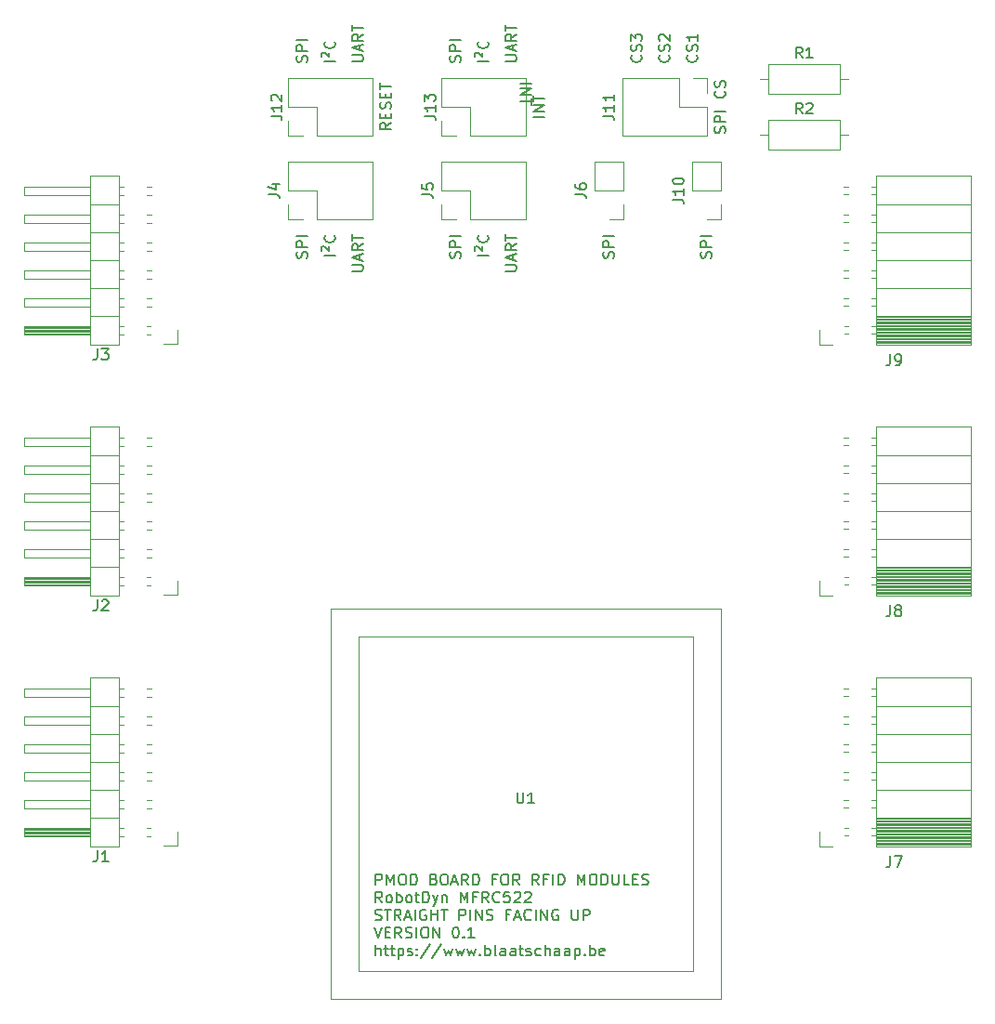
<source format=gbr>
%TF.GenerationSoftware,KiCad,Pcbnew,(6.0.1)*%
%TF.CreationDate,2022-02-03T19:59:55+01:00*%
%TF.ProjectId,modules_board,6d6f6475-6c65-4735-9f62-6f6172642e6b,rev?*%
%TF.SameCoordinates,Original*%
%TF.FileFunction,Legend,Top*%
%TF.FilePolarity,Positive*%
%FSLAX46Y46*%
G04 Gerber Fmt 4.6, Leading zero omitted, Abs format (unit mm)*
G04 Created by KiCad (PCBNEW (6.0.1)) date 2022-02-03 19:59:55*
%MOMM*%
%LPD*%
G01*
G04 APERTURE LIST*
%ADD10C,0.150000*%
%ADD11C,0.120000*%
G04 APERTURE END LIST*
D10*
X79192380Y-49194404D02*
X78192380Y-49194404D01*
X77954285Y-48765833D02*
X77906666Y-48670595D01*
X77906666Y-48527738D01*
X77954285Y-48432500D01*
X78049523Y-48384880D01*
X78144761Y-48384880D01*
X78240000Y-48432500D01*
X78573333Y-48765833D01*
X78573333Y-48384880D01*
X79097142Y-47384880D02*
X79144761Y-47432500D01*
X79192380Y-47575357D01*
X79192380Y-47670595D01*
X79144761Y-47813452D01*
X79049523Y-47908690D01*
X78954285Y-47956309D01*
X78763809Y-48003928D01*
X78620952Y-48003928D01*
X78430476Y-47956309D01*
X78335238Y-47908690D01*
X78240000Y-47813452D01*
X78192380Y-47670595D01*
X78192380Y-47575357D01*
X78240000Y-47432500D01*
X78287619Y-47384880D01*
X80732380Y-49194404D02*
X81541904Y-49194404D01*
X81637142Y-49146785D01*
X81684761Y-49099166D01*
X81732380Y-49003928D01*
X81732380Y-48813452D01*
X81684761Y-48718214D01*
X81637142Y-48670595D01*
X81541904Y-48622976D01*
X80732380Y-48622976D01*
X81446666Y-48194404D02*
X81446666Y-47718214D01*
X81732380Y-48289642D02*
X80732380Y-47956309D01*
X81732380Y-47622976D01*
X81732380Y-46718214D02*
X81256190Y-47051547D01*
X81732380Y-47289642D02*
X80732380Y-47289642D01*
X80732380Y-46908690D01*
X80780000Y-46813452D01*
X80827619Y-46765833D01*
X80922857Y-46718214D01*
X81065714Y-46718214D01*
X81160952Y-46765833D01*
X81208571Y-46813452D01*
X81256190Y-46908690D01*
X81256190Y-47289642D01*
X80732380Y-46432500D02*
X80732380Y-45861071D01*
X81732380Y-46146785D02*
X80732380Y-46146785D01*
X113434761Y-67105595D02*
X113482380Y-66962738D01*
X113482380Y-66724642D01*
X113434761Y-66629404D01*
X113387142Y-66581785D01*
X113291904Y-66534166D01*
X113196666Y-66534166D01*
X113101428Y-66581785D01*
X113053809Y-66629404D01*
X113006190Y-66724642D01*
X112958571Y-66915119D01*
X112910952Y-67010357D01*
X112863333Y-67057976D01*
X112768095Y-67105595D01*
X112672857Y-67105595D01*
X112577619Y-67057976D01*
X112530000Y-67010357D01*
X112482380Y-66915119D01*
X112482380Y-66677023D01*
X112530000Y-66534166D01*
X113482380Y-66105595D02*
X112482380Y-66105595D01*
X112482380Y-65724642D01*
X112530000Y-65629404D01*
X112577619Y-65581785D01*
X112672857Y-65534166D01*
X112815714Y-65534166D01*
X112910952Y-65581785D01*
X112958571Y-65629404D01*
X113006190Y-65724642D01*
X113006190Y-66105595D01*
X113482380Y-65105595D02*
X112482380Y-65105595D01*
X80732380Y-68296071D02*
X81541904Y-68296071D01*
X81637142Y-68248452D01*
X81684761Y-68200833D01*
X81732380Y-68105595D01*
X81732380Y-67915119D01*
X81684761Y-67819880D01*
X81637142Y-67772261D01*
X81541904Y-67724642D01*
X80732380Y-67724642D01*
X81446666Y-67296071D02*
X81446666Y-66819880D01*
X81732380Y-67391309D02*
X80732380Y-67057976D01*
X81732380Y-66724642D01*
X81732380Y-65819880D02*
X81256190Y-66153214D01*
X81732380Y-66391309D02*
X80732380Y-66391309D01*
X80732380Y-66010357D01*
X80780000Y-65915119D01*
X80827619Y-65867500D01*
X80922857Y-65819880D01*
X81065714Y-65819880D01*
X81160952Y-65867500D01*
X81208571Y-65915119D01*
X81256190Y-66010357D01*
X81256190Y-66391309D01*
X80732380Y-65534166D02*
X80732380Y-64962738D01*
X81732380Y-65248452D02*
X80732380Y-65248452D01*
X90574761Y-67105595D02*
X90622380Y-66962738D01*
X90622380Y-66724642D01*
X90574761Y-66629404D01*
X90527142Y-66581785D01*
X90431904Y-66534166D01*
X90336666Y-66534166D01*
X90241428Y-66581785D01*
X90193809Y-66629404D01*
X90146190Y-66724642D01*
X90098571Y-66915119D01*
X90050952Y-67010357D01*
X90003333Y-67057976D01*
X89908095Y-67105595D01*
X89812857Y-67105595D01*
X89717619Y-67057976D01*
X89670000Y-67010357D01*
X89622380Y-66915119D01*
X89622380Y-66677023D01*
X89670000Y-66534166D01*
X90622380Y-66105595D02*
X89622380Y-66105595D01*
X89622380Y-65724642D01*
X89670000Y-65629404D01*
X89717619Y-65581785D01*
X89812857Y-65534166D01*
X89955714Y-65534166D01*
X90050952Y-65581785D01*
X90098571Y-65629404D01*
X90146190Y-65724642D01*
X90146190Y-66105595D01*
X90622380Y-65105595D02*
X89622380Y-65105595D01*
X84272380Y-54792380D02*
X83796190Y-55125714D01*
X84272380Y-55363809D02*
X83272380Y-55363809D01*
X83272380Y-54982857D01*
X83320000Y-54887619D01*
X83367619Y-54840000D01*
X83462857Y-54792380D01*
X83605714Y-54792380D01*
X83700952Y-54840000D01*
X83748571Y-54887619D01*
X83796190Y-54982857D01*
X83796190Y-55363809D01*
X83748571Y-54363809D02*
X83748571Y-54030476D01*
X84272380Y-53887619D02*
X84272380Y-54363809D01*
X83272380Y-54363809D01*
X83272380Y-53887619D01*
X84224761Y-53506666D02*
X84272380Y-53363809D01*
X84272380Y-53125714D01*
X84224761Y-53030476D01*
X84177142Y-52982857D01*
X84081904Y-52935238D01*
X83986666Y-52935238D01*
X83891428Y-52982857D01*
X83843809Y-53030476D01*
X83796190Y-53125714D01*
X83748571Y-53316190D01*
X83700952Y-53411428D01*
X83653333Y-53459047D01*
X83558095Y-53506666D01*
X83462857Y-53506666D01*
X83367619Y-53459047D01*
X83320000Y-53411428D01*
X83272380Y-53316190D01*
X83272380Y-53078095D01*
X83320000Y-52935238D01*
X83748571Y-52506666D02*
X83748571Y-52173333D01*
X84272380Y-52030476D02*
X84272380Y-52506666D01*
X83272380Y-52506666D01*
X83272380Y-52030476D01*
X83272380Y-51744761D02*
X83272380Y-51173333D01*
X84272380Y-51459047D02*
X83272380Y-51459047D01*
X114704761Y-55720952D02*
X114752380Y-55578095D01*
X114752380Y-55340000D01*
X114704761Y-55244761D01*
X114657142Y-55197142D01*
X114561904Y-55149523D01*
X114466666Y-55149523D01*
X114371428Y-55197142D01*
X114323809Y-55244761D01*
X114276190Y-55340000D01*
X114228571Y-55530476D01*
X114180952Y-55625714D01*
X114133333Y-55673333D01*
X114038095Y-55720952D01*
X113942857Y-55720952D01*
X113847619Y-55673333D01*
X113800000Y-55625714D01*
X113752380Y-55530476D01*
X113752380Y-55292380D01*
X113800000Y-55149523D01*
X114752380Y-54720952D02*
X113752380Y-54720952D01*
X113752380Y-54340000D01*
X113800000Y-54244761D01*
X113847619Y-54197142D01*
X113942857Y-54149523D01*
X114085714Y-54149523D01*
X114180952Y-54197142D01*
X114228571Y-54244761D01*
X114276190Y-54340000D01*
X114276190Y-54720952D01*
X114752380Y-53720952D02*
X113752380Y-53720952D01*
X114657142Y-51911428D02*
X114704761Y-51959047D01*
X114752380Y-52101904D01*
X114752380Y-52197142D01*
X114704761Y-52340000D01*
X114609523Y-52435238D01*
X114514285Y-52482857D01*
X114323809Y-52530476D01*
X114180952Y-52530476D01*
X113990476Y-52482857D01*
X113895238Y-52435238D01*
X113800000Y-52340000D01*
X113752380Y-52197142D01*
X113752380Y-52101904D01*
X113800000Y-51959047D01*
X113847619Y-51911428D01*
X114704761Y-51530476D02*
X114752380Y-51387619D01*
X114752380Y-51149523D01*
X114704761Y-51054285D01*
X114657142Y-51006666D01*
X114561904Y-50959047D01*
X114466666Y-50959047D01*
X114371428Y-51006666D01*
X114323809Y-51054285D01*
X114276190Y-51149523D01*
X114228571Y-51340000D01*
X114180952Y-51435238D01*
X114133333Y-51482857D01*
X114038095Y-51530476D01*
X113942857Y-51530476D01*
X113847619Y-51482857D01*
X113800000Y-51435238D01*
X113752380Y-51340000D01*
X113752380Y-51101904D01*
X113800000Y-50959047D01*
X79192380Y-66867500D02*
X78192380Y-66867500D01*
X77954285Y-66438928D02*
X77906666Y-66343690D01*
X77906666Y-66200833D01*
X77954285Y-66105595D01*
X78049523Y-66057976D01*
X78144761Y-66057976D01*
X78240000Y-66105595D01*
X78573333Y-66438928D01*
X78573333Y-66057976D01*
X79097142Y-65057976D02*
X79144761Y-65105595D01*
X79192380Y-65248452D01*
X79192380Y-65343690D01*
X79144761Y-65486547D01*
X79049523Y-65581785D01*
X78954285Y-65629404D01*
X78763809Y-65677023D01*
X78620952Y-65677023D01*
X78430476Y-65629404D01*
X78335238Y-65581785D01*
X78240000Y-65486547D01*
X78192380Y-65343690D01*
X78192380Y-65248452D01*
X78240000Y-65105595D01*
X78287619Y-65057976D01*
X93162380Y-66867500D02*
X92162380Y-66867500D01*
X91924285Y-66438928D02*
X91876666Y-66343690D01*
X91876666Y-66200833D01*
X91924285Y-66105595D01*
X92019523Y-66057976D01*
X92114761Y-66057976D01*
X92210000Y-66105595D01*
X92543333Y-66438928D01*
X92543333Y-66057976D01*
X93067142Y-65057976D02*
X93114761Y-65105595D01*
X93162380Y-65248452D01*
X93162380Y-65343690D01*
X93114761Y-65486547D01*
X93019523Y-65581785D01*
X92924285Y-65629404D01*
X92733809Y-65677023D01*
X92590952Y-65677023D01*
X92400476Y-65629404D01*
X92305238Y-65581785D01*
X92210000Y-65486547D01*
X92162380Y-65343690D01*
X92162380Y-65248452D01*
X92210000Y-65105595D01*
X92257619Y-65057976D01*
X94702380Y-49194404D02*
X95511904Y-49194404D01*
X95607142Y-49146785D01*
X95654761Y-49099166D01*
X95702380Y-49003928D01*
X95702380Y-48813452D01*
X95654761Y-48718214D01*
X95607142Y-48670595D01*
X95511904Y-48622976D01*
X94702380Y-48622976D01*
X95416666Y-48194404D02*
X95416666Y-47718214D01*
X95702380Y-48289642D02*
X94702380Y-47956309D01*
X95702380Y-47622976D01*
X95702380Y-46718214D02*
X95226190Y-47051547D01*
X95702380Y-47289642D02*
X94702380Y-47289642D01*
X94702380Y-46908690D01*
X94750000Y-46813452D01*
X94797619Y-46765833D01*
X94892857Y-46718214D01*
X95035714Y-46718214D01*
X95130952Y-46765833D01*
X95178571Y-46813452D01*
X95226190Y-46908690D01*
X95226190Y-47289642D01*
X94702380Y-46432500D02*
X94702380Y-45861071D01*
X95702380Y-46146785D02*
X94702380Y-46146785D01*
X90574761Y-49242023D02*
X90622380Y-49099166D01*
X90622380Y-48861071D01*
X90574761Y-48765833D01*
X90527142Y-48718214D01*
X90431904Y-48670595D01*
X90336666Y-48670595D01*
X90241428Y-48718214D01*
X90193809Y-48765833D01*
X90146190Y-48861071D01*
X90098571Y-49051547D01*
X90050952Y-49146785D01*
X90003333Y-49194404D01*
X89908095Y-49242023D01*
X89812857Y-49242023D01*
X89717619Y-49194404D01*
X89670000Y-49146785D01*
X89622380Y-49051547D01*
X89622380Y-48813452D01*
X89670000Y-48670595D01*
X90622380Y-48242023D02*
X89622380Y-48242023D01*
X89622380Y-47861071D01*
X89670000Y-47765833D01*
X89717619Y-47718214D01*
X89812857Y-47670595D01*
X89955714Y-47670595D01*
X90050952Y-47718214D01*
X90098571Y-47765833D01*
X90146190Y-47861071D01*
X90146190Y-48242023D01*
X90622380Y-47242023D02*
X89622380Y-47242023D01*
X82885595Y-124232380D02*
X82885595Y-123232380D01*
X83266547Y-123232380D01*
X83361785Y-123280000D01*
X83409404Y-123327619D01*
X83457023Y-123422857D01*
X83457023Y-123565714D01*
X83409404Y-123660952D01*
X83361785Y-123708571D01*
X83266547Y-123756190D01*
X82885595Y-123756190D01*
X83885595Y-124232380D02*
X83885595Y-123232380D01*
X84218928Y-123946666D01*
X84552261Y-123232380D01*
X84552261Y-124232380D01*
X85218928Y-123232380D02*
X85409404Y-123232380D01*
X85504642Y-123280000D01*
X85599880Y-123375238D01*
X85647500Y-123565714D01*
X85647500Y-123899047D01*
X85599880Y-124089523D01*
X85504642Y-124184761D01*
X85409404Y-124232380D01*
X85218928Y-124232380D01*
X85123690Y-124184761D01*
X85028452Y-124089523D01*
X84980833Y-123899047D01*
X84980833Y-123565714D01*
X85028452Y-123375238D01*
X85123690Y-123280000D01*
X85218928Y-123232380D01*
X86076071Y-124232380D02*
X86076071Y-123232380D01*
X86314166Y-123232380D01*
X86457023Y-123280000D01*
X86552261Y-123375238D01*
X86599880Y-123470476D01*
X86647500Y-123660952D01*
X86647500Y-123803809D01*
X86599880Y-123994285D01*
X86552261Y-124089523D01*
X86457023Y-124184761D01*
X86314166Y-124232380D01*
X86076071Y-124232380D01*
X88171309Y-123708571D02*
X88314166Y-123756190D01*
X88361785Y-123803809D01*
X88409404Y-123899047D01*
X88409404Y-124041904D01*
X88361785Y-124137142D01*
X88314166Y-124184761D01*
X88218928Y-124232380D01*
X87837976Y-124232380D01*
X87837976Y-123232380D01*
X88171309Y-123232380D01*
X88266547Y-123280000D01*
X88314166Y-123327619D01*
X88361785Y-123422857D01*
X88361785Y-123518095D01*
X88314166Y-123613333D01*
X88266547Y-123660952D01*
X88171309Y-123708571D01*
X87837976Y-123708571D01*
X89028452Y-123232380D02*
X89218928Y-123232380D01*
X89314166Y-123280000D01*
X89409404Y-123375238D01*
X89457023Y-123565714D01*
X89457023Y-123899047D01*
X89409404Y-124089523D01*
X89314166Y-124184761D01*
X89218928Y-124232380D01*
X89028452Y-124232380D01*
X88933214Y-124184761D01*
X88837976Y-124089523D01*
X88790357Y-123899047D01*
X88790357Y-123565714D01*
X88837976Y-123375238D01*
X88933214Y-123280000D01*
X89028452Y-123232380D01*
X89837976Y-123946666D02*
X90314166Y-123946666D01*
X89742738Y-124232380D02*
X90076071Y-123232380D01*
X90409404Y-124232380D01*
X91314166Y-124232380D02*
X90980833Y-123756190D01*
X90742738Y-124232380D02*
X90742738Y-123232380D01*
X91123690Y-123232380D01*
X91218928Y-123280000D01*
X91266547Y-123327619D01*
X91314166Y-123422857D01*
X91314166Y-123565714D01*
X91266547Y-123660952D01*
X91218928Y-123708571D01*
X91123690Y-123756190D01*
X90742738Y-123756190D01*
X91742738Y-124232380D02*
X91742738Y-123232380D01*
X91980833Y-123232380D01*
X92123690Y-123280000D01*
X92218928Y-123375238D01*
X92266547Y-123470476D01*
X92314166Y-123660952D01*
X92314166Y-123803809D01*
X92266547Y-123994285D01*
X92218928Y-124089523D01*
X92123690Y-124184761D01*
X91980833Y-124232380D01*
X91742738Y-124232380D01*
X93837976Y-123708571D02*
X93504642Y-123708571D01*
X93504642Y-124232380D02*
X93504642Y-123232380D01*
X93980833Y-123232380D01*
X94552261Y-123232380D02*
X94742738Y-123232380D01*
X94837976Y-123280000D01*
X94933214Y-123375238D01*
X94980833Y-123565714D01*
X94980833Y-123899047D01*
X94933214Y-124089523D01*
X94837976Y-124184761D01*
X94742738Y-124232380D01*
X94552261Y-124232380D01*
X94457023Y-124184761D01*
X94361785Y-124089523D01*
X94314166Y-123899047D01*
X94314166Y-123565714D01*
X94361785Y-123375238D01*
X94457023Y-123280000D01*
X94552261Y-123232380D01*
X95980833Y-124232380D02*
X95647500Y-123756190D01*
X95409404Y-124232380D02*
X95409404Y-123232380D01*
X95790357Y-123232380D01*
X95885595Y-123280000D01*
X95933214Y-123327619D01*
X95980833Y-123422857D01*
X95980833Y-123565714D01*
X95933214Y-123660952D01*
X95885595Y-123708571D01*
X95790357Y-123756190D01*
X95409404Y-123756190D01*
X97742738Y-124232380D02*
X97409404Y-123756190D01*
X97171309Y-124232380D02*
X97171309Y-123232380D01*
X97552261Y-123232380D01*
X97647500Y-123280000D01*
X97695119Y-123327619D01*
X97742738Y-123422857D01*
X97742738Y-123565714D01*
X97695119Y-123660952D01*
X97647500Y-123708571D01*
X97552261Y-123756190D01*
X97171309Y-123756190D01*
X98504642Y-123708571D02*
X98171309Y-123708571D01*
X98171309Y-124232380D02*
X98171309Y-123232380D01*
X98647500Y-123232380D01*
X99028452Y-124232380D02*
X99028452Y-123232380D01*
X99504642Y-124232380D02*
X99504642Y-123232380D01*
X99742738Y-123232380D01*
X99885595Y-123280000D01*
X99980833Y-123375238D01*
X100028452Y-123470476D01*
X100076071Y-123660952D01*
X100076071Y-123803809D01*
X100028452Y-123994285D01*
X99980833Y-124089523D01*
X99885595Y-124184761D01*
X99742738Y-124232380D01*
X99504642Y-124232380D01*
X101266547Y-124232380D02*
X101266547Y-123232380D01*
X101599880Y-123946666D01*
X101933214Y-123232380D01*
X101933214Y-124232380D01*
X102599880Y-123232380D02*
X102790357Y-123232380D01*
X102885595Y-123280000D01*
X102980833Y-123375238D01*
X103028452Y-123565714D01*
X103028452Y-123899047D01*
X102980833Y-124089523D01*
X102885595Y-124184761D01*
X102790357Y-124232380D01*
X102599880Y-124232380D01*
X102504642Y-124184761D01*
X102409404Y-124089523D01*
X102361785Y-123899047D01*
X102361785Y-123565714D01*
X102409404Y-123375238D01*
X102504642Y-123280000D01*
X102599880Y-123232380D01*
X103457023Y-124232380D02*
X103457023Y-123232380D01*
X103695119Y-123232380D01*
X103837976Y-123280000D01*
X103933214Y-123375238D01*
X103980833Y-123470476D01*
X104028452Y-123660952D01*
X104028452Y-123803809D01*
X103980833Y-123994285D01*
X103933214Y-124089523D01*
X103837976Y-124184761D01*
X103695119Y-124232380D01*
X103457023Y-124232380D01*
X104457023Y-123232380D02*
X104457023Y-124041904D01*
X104504642Y-124137142D01*
X104552261Y-124184761D01*
X104647500Y-124232380D01*
X104837976Y-124232380D01*
X104933214Y-124184761D01*
X104980833Y-124137142D01*
X105028452Y-124041904D01*
X105028452Y-123232380D01*
X105980833Y-124232380D02*
X105504642Y-124232380D01*
X105504642Y-123232380D01*
X106314166Y-123708571D02*
X106647500Y-123708571D01*
X106790357Y-124232380D02*
X106314166Y-124232380D01*
X106314166Y-123232380D01*
X106790357Y-123232380D01*
X107171309Y-124184761D02*
X107314166Y-124232380D01*
X107552261Y-124232380D01*
X107647500Y-124184761D01*
X107695119Y-124137142D01*
X107742738Y-124041904D01*
X107742738Y-123946666D01*
X107695119Y-123851428D01*
X107647500Y-123803809D01*
X107552261Y-123756190D01*
X107361785Y-123708571D01*
X107266547Y-123660952D01*
X107218928Y-123613333D01*
X107171309Y-123518095D01*
X107171309Y-123422857D01*
X107218928Y-123327619D01*
X107266547Y-123280000D01*
X107361785Y-123232380D01*
X107599880Y-123232380D01*
X107742738Y-123280000D01*
X83457023Y-125842380D02*
X83123690Y-125366190D01*
X82885595Y-125842380D02*
X82885595Y-124842380D01*
X83266547Y-124842380D01*
X83361785Y-124890000D01*
X83409404Y-124937619D01*
X83457023Y-125032857D01*
X83457023Y-125175714D01*
X83409404Y-125270952D01*
X83361785Y-125318571D01*
X83266547Y-125366190D01*
X82885595Y-125366190D01*
X84028452Y-125842380D02*
X83933214Y-125794761D01*
X83885595Y-125747142D01*
X83837976Y-125651904D01*
X83837976Y-125366190D01*
X83885595Y-125270952D01*
X83933214Y-125223333D01*
X84028452Y-125175714D01*
X84171309Y-125175714D01*
X84266547Y-125223333D01*
X84314166Y-125270952D01*
X84361785Y-125366190D01*
X84361785Y-125651904D01*
X84314166Y-125747142D01*
X84266547Y-125794761D01*
X84171309Y-125842380D01*
X84028452Y-125842380D01*
X84790357Y-125842380D02*
X84790357Y-124842380D01*
X84790357Y-125223333D02*
X84885595Y-125175714D01*
X85076071Y-125175714D01*
X85171309Y-125223333D01*
X85218928Y-125270952D01*
X85266547Y-125366190D01*
X85266547Y-125651904D01*
X85218928Y-125747142D01*
X85171309Y-125794761D01*
X85076071Y-125842380D01*
X84885595Y-125842380D01*
X84790357Y-125794761D01*
X85837976Y-125842380D02*
X85742738Y-125794761D01*
X85695119Y-125747142D01*
X85647500Y-125651904D01*
X85647500Y-125366190D01*
X85695119Y-125270952D01*
X85742738Y-125223333D01*
X85837976Y-125175714D01*
X85980833Y-125175714D01*
X86076071Y-125223333D01*
X86123690Y-125270952D01*
X86171309Y-125366190D01*
X86171309Y-125651904D01*
X86123690Y-125747142D01*
X86076071Y-125794761D01*
X85980833Y-125842380D01*
X85837976Y-125842380D01*
X86457023Y-125175714D02*
X86837976Y-125175714D01*
X86599880Y-124842380D02*
X86599880Y-125699523D01*
X86647500Y-125794761D01*
X86742738Y-125842380D01*
X86837976Y-125842380D01*
X87171309Y-125842380D02*
X87171309Y-124842380D01*
X87409404Y-124842380D01*
X87552261Y-124890000D01*
X87647500Y-124985238D01*
X87695119Y-125080476D01*
X87742738Y-125270952D01*
X87742738Y-125413809D01*
X87695119Y-125604285D01*
X87647500Y-125699523D01*
X87552261Y-125794761D01*
X87409404Y-125842380D01*
X87171309Y-125842380D01*
X88076071Y-125175714D02*
X88314166Y-125842380D01*
X88552261Y-125175714D02*
X88314166Y-125842380D01*
X88218928Y-126080476D01*
X88171309Y-126128095D01*
X88076071Y-126175714D01*
X88933214Y-125175714D02*
X88933214Y-125842380D01*
X88933214Y-125270952D02*
X88980833Y-125223333D01*
X89076071Y-125175714D01*
X89218928Y-125175714D01*
X89314166Y-125223333D01*
X89361785Y-125318571D01*
X89361785Y-125842380D01*
X90599880Y-125842380D02*
X90599880Y-124842380D01*
X90933214Y-125556666D01*
X91266547Y-124842380D01*
X91266547Y-125842380D01*
X92076071Y-125318571D02*
X91742738Y-125318571D01*
X91742738Y-125842380D02*
X91742738Y-124842380D01*
X92218928Y-124842380D01*
X93171309Y-125842380D02*
X92837976Y-125366190D01*
X92599880Y-125842380D02*
X92599880Y-124842380D01*
X92980833Y-124842380D01*
X93076071Y-124890000D01*
X93123690Y-124937619D01*
X93171309Y-125032857D01*
X93171309Y-125175714D01*
X93123690Y-125270952D01*
X93076071Y-125318571D01*
X92980833Y-125366190D01*
X92599880Y-125366190D01*
X94171309Y-125747142D02*
X94123690Y-125794761D01*
X93980833Y-125842380D01*
X93885595Y-125842380D01*
X93742738Y-125794761D01*
X93647500Y-125699523D01*
X93599880Y-125604285D01*
X93552261Y-125413809D01*
X93552261Y-125270952D01*
X93599880Y-125080476D01*
X93647500Y-124985238D01*
X93742738Y-124890000D01*
X93885595Y-124842380D01*
X93980833Y-124842380D01*
X94123690Y-124890000D01*
X94171309Y-124937619D01*
X95076071Y-124842380D02*
X94599880Y-124842380D01*
X94552261Y-125318571D01*
X94599880Y-125270952D01*
X94695119Y-125223333D01*
X94933214Y-125223333D01*
X95028452Y-125270952D01*
X95076071Y-125318571D01*
X95123690Y-125413809D01*
X95123690Y-125651904D01*
X95076071Y-125747142D01*
X95028452Y-125794761D01*
X94933214Y-125842380D01*
X94695119Y-125842380D01*
X94599880Y-125794761D01*
X94552261Y-125747142D01*
X95504642Y-124937619D02*
X95552261Y-124890000D01*
X95647500Y-124842380D01*
X95885595Y-124842380D01*
X95980833Y-124890000D01*
X96028452Y-124937619D01*
X96076071Y-125032857D01*
X96076071Y-125128095D01*
X96028452Y-125270952D01*
X95457023Y-125842380D01*
X96076071Y-125842380D01*
X96457023Y-124937619D02*
X96504642Y-124890000D01*
X96599880Y-124842380D01*
X96837976Y-124842380D01*
X96933214Y-124890000D01*
X96980833Y-124937619D01*
X97028452Y-125032857D01*
X97028452Y-125128095D01*
X96980833Y-125270952D01*
X96409404Y-125842380D01*
X97028452Y-125842380D01*
X82837976Y-127404761D02*
X82980833Y-127452380D01*
X83218928Y-127452380D01*
X83314166Y-127404761D01*
X83361785Y-127357142D01*
X83409404Y-127261904D01*
X83409404Y-127166666D01*
X83361785Y-127071428D01*
X83314166Y-127023809D01*
X83218928Y-126976190D01*
X83028452Y-126928571D01*
X82933214Y-126880952D01*
X82885595Y-126833333D01*
X82837976Y-126738095D01*
X82837976Y-126642857D01*
X82885595Y-126547619D01*
X82933214Y-126500000D01*
X83028452Y-126452380D01*
X83266547Y-126452380D01*
X83409404Y-126500000D01*
X83695119Y-126452380D02*
X84266547Y-126452380D01*
X83980833Y-127452380D02*
X83980833Y-126452380D01*
X85171309Y-127452380D02*
X84837976Y-126976190D01*
X84599880Y-127452380D02*
X84599880Y-126452380D01*
X84980833Y-126452380D01*
X85076071Y-126500000D01*
X85123690Y-126547619D01*
X85171309Y-126642857D01*
X85171309Y-126785714D01*
X85123690Y-126880952D01*
X85076071Y-126928571D01*
X84980833Y-126976190D01*
X84599880Y-126976190D01*
X85552261Y-127166666D02*
X86028452Y-127166666D01*
X85457023Y-127452380D02*
X85790357Y-126452380D01*
X86123690Y-127452380D01*
X86457023Y-127452380D02*
X86457023Y-126452380D01*
X87457023Y-126500000D02*
X87361785Y-126452380D01*
X87218928Y-126452380D01*
X87076071Y-126500000D01*
X86980833Y-126595238D01*
X86933214Y-126690476D01*
X86885595Y-126880952D01*
X86885595Y-127023809D01*
X86933214Y-127214285D01*
X86980833Y-127309523D01*
X87076071Y-127404761D01*
X87218928Y-127452380D01*
X87314166Y-127452380D01*
X87457023Y-127404761D01*
X87504642Y-127357142D01*
X87504642Y-127023809D01*
X87314166Y-127023809D01*
X87933214Y-127452380D02*
X87933214Y-126452380D01*
X87933214Y-126928571D02*
X88504642Y-126928571D01*
X88504642Y-127452380D02*
X88504642Y-126452380D01*
X88837976Y-126452380D02*
X89409404Y-126452380D01*
X89123690Y-127452380D02*
X89123690Y-126452380D01*
X90504642Y-127452380D02*
X90504642Y-126452380D01*
X90885595Y-126452380D01*
X90980833Y-126500000D01*
X91028452Y-126547619D01*
X91076071Y-126642857D01*
X91076071Y-126785714D01*
X91028452Y-126880952D01*
X90980833Y-126928571D01*
X90885595Y-126976190D01*
X90504642Y-126976190D01*
X91504642Y-127452380D02*
X91504642Y-126452380D01*
X91980833Y-127452380D02*
X91980833Y-126452380D01*
X92552261Y-127452380D01*
X92552261Y-126452380D01*
X92980833Y-127404761D02*
X93123690Y-127452380D01*
X93361785Y-127452380D01*
X93457023Y-127404761D01*
X93504642Y-127357142D01*
X93552261Y-127261904D01*
X93552261Y-127166666D01*
X93504642Y-127071428D01*
X93457023Y-127023809D01*
X93361785Y-126976190D01*
X93171309Y-126928571D01*
X93076071Y-126880952D01*
X93028452Y-126833333D01*
X92980833Y-126738095D01*
X92980833Y-126642857D01*
X93028452Y-126547619D01*
X93076071Y-126500000D01*
X93171309Y-126452380D01*
X93409404Y-126452380D01*
X93552261Y-126500000D01*
X95076071Y-126928571D02*
X94742738Y-126928571D01*
X94742738Y-127452380D02*
X94742738Y-126452380D01*
X95218928Y-126452380D01*
X95552261Y-127166666D02*
X96028452Y-127166666D01*
X95457023Y-127452380D02*
X95790357Y-126452380D01*
X96123690Y-127452380D01*
X97028452Y-127357142D02*
X96980833Y-127404761D01*
X96837976Y-127452380D01*
X96742738Y-127452380D01*
X96599880Y-127404761D01*
X96504642Y-127309523D01*
X96457023Y-127214285D01*
X96409404Y-127023809D01*
X96409404Y-126880952D01*
X96457023Y-126690476D01*
X96504642Y-126595238D01*
X96599880Y-126500000D01*
X96742738Y-126452380D01*
X96837976Y-126452380D01*
X96980833Y-126500000D01*
X97028452Y-126547619D01*
X97457023Y-127452380D02*
X97457023Y-126452380D01*
X97933214Y-127452380D02*
X97933214Y-126452380D01*
X98504642Y-127452380D01*
X98504642Y-126452380D01*
X99504642Y-126500000D02*
X99409404Y-126452380D01*
X99266547Y-126452380D01*
X99123690Y-126500000D01*
X99028452Y-126595238D01*
X98980833Y-126690476D01*
X98933214Y-126880952D01*
X98933214Y-127023809D01*
X98980833Y-127214285D01*
X99028452Y-127309523D01*
X99123690Y-127404761D01*
X99266547Y-127452380D01*
X99361785Y-127452380D01*
X99504642Y-127404761D01*
X99552261Y-127357142D01*
X99552261Y-127023809D01*
X99361785Y-127023809D01*
X100742738Y-126452380D02*
X100742738Y-127261904D01*
X100790357Y-127357142D01*
X100837976Y-127404761D01*
X100933214Y-127452380D01*
X101123690Y-127452380D01*
X101218928Y-127404761D01*
X101266547Y-127357142D01*
X101314166Y-127261904D01*
X101314166Y-126452380D01*
X101790357Y-127452380D02*
X101790357Y-126452380D01*
X102171309Y-126452380D01*
X102266547Y-126500000D01*
X102314166Y-126547619D01*
X102361785Y-126642857D01*
X102361785Y-126785714D01*
X102314166Y-126880952D01*
X102266547Y-126928571D01*
X102171309Y-126976190D01*
X101790357Y-126976190D01*
X82742738Y-128062380D02*
X83076071Y-129062380D01*
X83409404Y-128062380D01*
X83742738Y-128538571D02*
X84076071Y-128538571D01*
X84218928Y-129062380D02*
X83742738Y-129062380D01*
X83742738Y-128062380D01*
X84218928Y-128062380D01*
X85218928Y-129062380D02*
X84885595Y-128586190D01*
X84647500Y-129062380D02*
X84647500Y-128062380D01*
X85028452Y-128062380D01*
X85123690Y-128110000D01*
X85171309Y-128157619D01*
X85218928Y-128252857D01*
X85218928Y-128395714D01*
X85171309Y-128490952D01*
X85123690Y-128538571D01*
X85028452Y-128586190D01*
X84647500Y-128586190D01*
X85599880Y-129014761D02*
X85742738Y-129062380D01*
X85980833Y-129062380D01*
X86076071Y-129014761D01*
X86123690Y-128967142D01*
X86171309Y-128871904D01*
X86171309Y-128776666D01*
X86123690Y-128681428D01*
X86076071Y-128633809D01*
X85980833Y-128586190D01*
X85790357Y-128538571D01*
X85695119Y-128490952D01*
X85647500Y-128443333D01*
X85599880Y-128348095D01*
X85599880Y-128252857D01*
X85647500Y-128157619D01*
X85695119Y-128110000D01*
X85790357Y-128062380D01*
X86028452Y-128062380D01*
X86171309Y-128110000D01*
X86599880Y-129062380D02*
X86599880Y-128062380D01*
X87266547Y-128062380D02*
X87457023Y-128062380D01*
X87552261Y-128110000D01*
X87647500Y-128205238D01*
X87695119Y-128395714D01*
X87695119Y-128729047D01*
X87647500Y-128919523D01*
X87552261Y-129014761D01*
X87457023Y-129062380D01*
X87266547Y-129062380D01*
X87171309Y-129014761D01*
X87076071Y-128919523D01*
X87028452Y-128729047D01*
X87028452Y-128395714D01*
X87076071Y-128205238D01*
X87171309Y-128110000D01*
X87266547Y-128062380D01*
X88123690Y-129062380D02*
X88123690Y-128062380D01*
X88695119Y-129062380D01*
X88695119Y-128062380D01*
X90123690Y-128062380D02*
X90218928Y-128062380D01*
X90314166Y-128110000D01*
X90361785Y-128157619D01*
X90409404Y-128252857D01*
X90457023Y-128443333D01*
X90457023Y-128681428D01*
X90409404Y-128871904D01*
X90361785Y-128967142D01*
X90314166Y-129014761D01*
X90218928Y-129062380D01*
X90123690Y-129062380D01*
X90028452Y-129014761D01*
X89980833Y-128967142D01*
X89933214Y-128871904D01*
X89885595Y-128681428D01*
X89885595Y-128443333D01*
X89933214Y-128252857D01*
X89980833Y-128157619D01*
X90028452Y-128110000D01*
X90123690Y-128062380D01*
X90885595Y-128967142D02*
X90933214Y-129014761D01*
X90885595Y-129062380D01*
X90837976Y-129014761D01*
X90885595Y-128967142D01*
X90885595Y-129062380D01*
X91885595Y-129062380D02*
X91314166Y-129062380D01*
X91599880Y-129062380D02*
X91599880Y-128062380D01*
X91504642Y-128205238D01*
X91409404Y-128300476D01*
X91314166Y-128348095D01*
X82885595Y-130672380D02*
X82885595Y-129672380D01*
X83314166Y-130672380D02*
X83314166Y-130148571D01*
X83266547Y-130053333D01*
X83171309Y-130005714D01*
X83028452Y-130005714D01*
X82933214Y-130053333D01*
X82885595Y-130100952D01*
X83647500Y-130005714D02*
X84028452Y-130005714D01*
X83790357Y-129672380D02*
X83790357Y-130529523D01*
X83837976Y-130624761D01*
X83933214Y-130672380D01*
X84028452Y-130672380D01*
X84218928Y-130005714D02*
X84599880Y-130005714D01*
X84361785Y-129672380D02*
X84361785Y-130529523D01*
X84409404Y-130624761D01*
X84504642Y-130672380D01*
X84599880Y-130672380D01*
X84933214Y-130005714D02*
X84933214Y-131005714D01*
X84933214Y-130053333D02*
X85028452Y-130005714D01*
X85218928Y-130005714D01*
X85314166Y-130053333D01*
X85361785Y-130100952D01*
X85409404Y-130196190D01*
X85409404Y-130481904D01*
X85361785Y-130577142D01*
X85314166Y-130624761D01*
X85218928Y-130672380D01*
X85028452Y-130672380D01*
X84933214Y-130624761D01*
X85790357Y-130624761D02*
X85885595Y-130672380D01*
X86076071Y-130672380D01*
X86171309Y-130624761D01*
X86218928Y-130529523D01*
X86218928Y-130481904D01*
X86171309Y-130386666D01*
X86076071Y-130339047D01*
X85933214Y-130339047D01*
X85837976Y-130291428D01*
X85790357Y-130196190D01*
X85790357Y-130148571D01*
X85837976Y-130053333D01*
X85933214Y-130005714D01*
X86076071Y-130005714D01*
X86171309Y-130053333D01*
X86647500Y-130577142D02*
X86695119Y-130624761D01*
X86647500Y-130672380D01*
X86599880Y-130624761D01*
X86647500Y-130577142D01*
X86647500Y-130672380D01*
X86647500Y-130053333D02*
X86695119Y-130100952D01*
X86647500Y-130148571D01*
X86599880Y-130100952D01*
X86647500Y-130053333D01*
X86647500Y-130148571D01*
X87837976Y-129624761D02*
X86980833Y-130910476D01*
X88885595Y-129624761D02*
X88028452Y-130910476D01*
X89123690Y-130005714D02*
X89314166Y-130672380D01*
X89504642Y-130196190D01*
X89695119Y-130672380D01*
X89885595Y-130005714D01*
X90171309Y-130005714D02*
X90361785Y-130672380D01*
X90552261Y-130196190D01*
X90742738Y-130672380D01*
X90933214Y-130005714D01*
X91218928Y-130005714D02*
X91409404Y-130672380D01*
X91599880Y-130196190D01*
X91790357Y-130672380D01*
X91980833Y-130005714D01*
X92361785Y-130577142D02*
X92409404Y-130624761D01*
X92361785Y-130672380D01*
X92314166Y-130624761D01*
X92361785Y-130577142D01*
X92361785Y-130672380D01*
X92837976Y-130672380D02*
X92837976Y-129672380D01*
X92837976Y-130053333D02*
X92933214Y-130005714D01*
X93123690Y-130005714D01*
X93218928Y-130053333D01*
X93266547Y-130100952D01*
X93314166Y-130196190D01*
X93314166Y-130481904D01*
X93266547Y-130577142D01*
X93218928Y-130624761D01*
X93123690Y-130672380D01*
X92933214Y-130672380D01*
X92837976Y-130624761D01*
X93885595Y-130672380D02*
X93790357Y-130624761D01*
X93742738Y-130529523D01*
X93742738Y-129672380D01*
X94695119Y-130672380D02*
X94695119Y-130148571D01*
X94647500Y-130053333D01*
X94552261Y-130005714D01*
X94361785Y-130005714D01*
X94266547Y-130053333D01*
X94695119Y-130624761D02*
X94599880Y-130672380D01*
X94361785Y-130672380D01*
X94266547Y-130624761D01*
X94218928Y-130529523D01*
X94218928Y-130434285D01*
X94266547Y-130339047D01*
X94361785Y-130291428D01*
X94599880Y-130291428D01*
X94695119Y-130243809D01*
X95599880Y-130672380D02*
X95599880Y-130148571D01*
X95552261Y-130053333D01*
X95457023Y-130005714D01*
X95266547Y-130005714D01*
X95171309Y-130053333D01*
X95599880Y-130624761D02*
X95504642Y-130672380D01*
X95266547Y-130672380D01*
X95171309Y-130624761D01*
X95123690Y-130529523D01*
X95123690Y-130434285D01*
X95171309Y-130339047D01*
X95266547Y-130291428D01*
X95504642Y-130291428D01*
X95599880Y-130243809D01*
X95933214Y-130005714D02*
X96314166Y-130005714D01*
X96076071Y-129672380D02*
X96076071Y-130529523D01*
X96123690Y-130624761D01*
X96218928Y-130672380D01*
X96314166Y-130672380D01*
X96599880Y-130624761D02*
X96695119Y-130672380D01*
X96885595Y-130672380D01*
X96980833Y-130624761D01*
X97028452Y-130529523D01*
X97028452Y-130481904D01*
X96980833Y-130386666D01*
X96885595Y-130339047D01*
X96742738Y-130339047D01*
X96647500Y-130291428D01*
X96599880Y-130196190D01*
X96599880Y-130148571D01*
X96647500Y-130053333D01*
X96742738Y-130005714D01*
X96885595Y-130005714D01*
X96980833Y-130053333D01*
X97885595Y-130624761D02*
X97790357Y-130672380D01*
X97599880Y-130672380D01*
X97504642Y-130624761D01*
X97457023Y-130577142D01*
X97409404Y-130481904D01*
X97409404Y-130196190D01*
X97457023Y-130100952D01*
X97504642Y-130053333D01*
X97599880Y-130005714D01*
X97790357Y-130005714D01*
X97885595Y-130053333D01*
X98314166Y-130672380D02*
X98314166Y-129672380D01*
X98742738Y-130672380D02*
X98742738Y-130148571D01*
X98695119Y-130053333D01*
X98599880Y-130005714D01*
X98457023Y-130005714D01*
X98361785Y-130053333D01*
X98314166Y-130100952D01*
X99647500Y-130672380D02*
X99647500Y-130148571D01*
X99599880Y-130053333D01*
X99504642Y-130005714D01*
X99314166Y-130005714D01*
X99218928Y-130053333D01*
X99647500Y-130624761D02*
X99552261Y-130672380D01*
X99314166Y-130672380D01*
X99218928Y-130624761D01*
X99171309Y-130529523D01*
X99171309Y-130434285D01*
X99218928Y-130339047D01*
X99314166Y-130291428D01*
X99552261Y-130291428D01*
X99647500Y-130243809D01*
X100552261Y-130672380D02*
X100552261Y-130148571D01*
X100504642Y-130053333D01*
X100409404Y-130005714D01*
X100218928Y-130005714D01*
X100123690Y-130053333D01*
X100552261Y-130624761D02*
X100457023Y-130672380D01*
X100218928Y-130672380D01*
X100123690Y-130624761D01*
X100076071Y-130529523D01*
X100076071Y-130434285D01*
X100123690Y-130339047D01*
X100218928Y-130291428D01*
X100457023Y-130291428D01*
X100552261Y-130243809D01*
X101028452Y-130005714D02*
X101028452Y-131005714D01*
X101028452Y-130053333D02*
X101123690Y-130005714D01*
X101314166Y-130005714D01*
X101409404Y-130053333D01*
X101457023Y-130100952D01*
X101504642Y-130196190D01*
X101504642Y-130481904D01*
X101457023Y-130577142D01*
X101409404Y-130624761D01*
X101314166Y-130672380D01*
X101123690Y-130672380D01*
X101028452Y-130624761D01*
X101933214Y-130577142D02*
X101980833Y-130624761D01*
X101933214Y-130672380D01*
X101885595Y-130624761D01*
X101933214Y-130577142D01*
X101933214Y-130672380D01*
X102409404Y-130672380D02*
X102409404Y-129672380D01*
X102409404Y-130053333D02*
X102504642Y-130005714D01*
X102695119Y-130005714D01*
X102790357Y-130053333D01*
X102837976Y-130100952D01*
X102885595Y-130196190D01*
X102885595Y-130481904D01*
X102837976Y-130577142D01*
X102790357Y-130624761D01*
X102695119Y-130672380D01*
X102504642Y-130672380D01*
X102409404Y-130624761D01*
X103695119Y-130624761D02*
X103599880Y-130672380D01*
X103409404Y-130672380D01*
X103314166Y-130624761D01*
X103266547Y-130529523D01*
X103266547Y-130148571D01*
X103314166Y-130053333D01*
X103409404Y-130005714D01*
X103599880Y-130005714D01*
X103695119Y-130053333D01*
X103742738Y-130148571D01*
X103742738Y-130243809D01*
X103266547Y-130339047D01*
X76604761Y-67105595D02*
X76652380Y-66962738D01*
X76652380Y-66724642D01*
X76604761Y-66629404D01*
X76557142Y-66581785D01*
X76461904Y-66534166D01*
X76366666Y-66534166D01*
X76271428Y-66581785D01*
X76223809Y-66629404D01*
X76176190Y-66724642D01*
X76128571Y-66915119D01*
X76080952Y-67010357D01*
X76033333Y-67057976D01*
X75938095Y-67105595D01*
X75842857Y-67105595D01*
X75747619Y-67057976D01*
X75700000Y-67010357D01*
X75652380Y-66915119D01*
X75652380Y-66677023D01*
X75700000Y-66534166D01*
X76652380Y-66105595D02*
X75652380Y-66105595D01*
X75652380Y-65724642D01*
X75700000Y-65629404D01*
X75747619Y-65581785D01*
X75842857Y-65534166D01*
X75985714Y-65534166D01*
X76080952Y-65581785D01*
X76128571Y-65629404D01*
X76176190Y-65724642D01*
X76176190Y-66105595D01*
X76652380Y-65105595D02*
X75652380Y-65105595D01*
X109577142Y-48622976D02*
X109624761Y-48670595D01*
X109672380Y-48813452D01*
X109672380Y-48908690D01*
X109624761Y-49051547D01*
X109529523Y-49146785D01*
X109434285Y-49194404D01*
X109243809Y-49242023D01*
X109100952Y-49242023D01*
X108910476Y-49194404D01*
X108815238Y-49146785D01*
X108720000Y-49051547D01*
X108672380Y-48908690D01*
X108672380Y-48813452D01*
X108720000Y-48670595D01*
X108767619Y-48622976D01*
X109624761Y-48242023D02*
X109672380Y-48099166D01*
X109672380Y-47861071D01*
X109624761Y-47765833D01*
X109577142Y-47718214D01*
X109481904Y-47670595D01*
X109386666Y-47670595D01*
X109291428Y-47718214D01*
X109243809Y-47765833D01*
X109196190Y-47861071D01*
X109148571Y-48051547D01*
X109100952Y-48146785D01*
X109053333Y-48194404D01*
X108958095Y-48242023D01*
X108862857Y-48242023D01*
X108767619Y-48194404D01*
X108720000Y-48146785D01*
X108672380Y-48051547D01*
X108672380Y-47813452D01*
X108720000Y-47670595D01*
X108767619Y-47289642D02*
X108720000Y-47242023D01*
X108672380Y-47146785D01*
X108672380Y-46908690D01*
X108720000Y-46813452D01*
X108767619Y-46765833D01*
X108862857Y-46718214D01*
X108958095Y-46718214D01*
X109100952Y-46765833D01*
X109672380Y-47337261D01*
X109672380Y-46718214D01*
X93162380Y-49194404D02*
X92162380Y-49194404D01*
X91924285Y-48765833D02*
X91876666Y-48670595D01*
X91876666Y-48527738D01*
X91924285Y-48432500D01*
X92019523Y-48384880D01*
X92114761Y-48384880D01*
X92210000Y-48432500D01*
X92543333Y-48765833D01*
X92543333Y-48384880D01*
X93067142Y-47384880D02*
X93114761Y-47432500D01*
X93162380Y-47575357D01*
X93162380Y-47670595D01*
X93114761Y-47813452D01*
X93019523Y-47908690D01*
X92924285Y-47956309D01*
X92733809Y-48003928D01*
X92590952Y-48003928D01*
X92400476Y-47956309D01*
X92305238Y-47908690D01*
X92210000Y-47813452D01*
X92162380Y-47670595D01*
X92162380Y-47575357D01*
X92210000Y-47432500D01*
X92257619Y-47384880D01*
X98242380Y-54244761D02*
X97242380Y-54244761D01*
X98242380Y-53768571D02*
X97242380Y-53768571D01*
X98242380Y-53197142D01*
X97242380Y-53197142D01*
X97242380Y-52863809D02*
X97242380Y-52292380D01*
X98242380Y-52578095D02*
X97242380Y-52578095D01*
X76604761Y-49242023D02*
X76652380Y-49099166D01*
X76652380Y-48861071D01*
X76604761Y-48765833D01*
X76557142Y-48718214D01*
X76461904Y-48670595D01*
X76366666Y-48670595D01*
X76271428Y-48718214D01*
X76223809Y-48765833D01*
X76176190Y-48861071D01*
X76128571Y-49051547D01*
X76080952Y-49146785D01*
X76033333Y-49194404D01*
X75938095Y-49242023D01*
X75842857Y-49242023D01*
X75747619Y-49194404D01*
X75700000Y-49146785D01*
X75652380Y-49051547D01*
X75652380Y-48813452D01*
X75700000Y-48670595D01*
X76652380Y-48242023D02*
X75652380Y-48242023D01*
X75652380Y-47861071D01*
X75700000Y-47765833D01*
X75747619Y-47718214D01*
X75842857Y-47670595D01*
X75985714Y-47670595D01*
X76080952Y-47718214D01*
X76128571Y-47765833D01*
X76176190Y-47861071D01*
X76176190Y-48242023D01*
X76652380Y-47242023D02*
X75652380Y-47242023D01*
X104544761Y-67105595D02*
X104592380Y-66962738D01*
X104592380Y-66724642D01*
X104544761Y-66629404D01*
X104497142Y-66581785D01*
X104401904Y-66534166D01*
X104306666Y-66534166D01*
X104211428Y-66581785D01*
X104163809Y-66629404D01*
X104116190Y-66724642D01*
X104068571Y-66915119D01*
X104020952Y-67010357D01*
X103973333Y-67057976D01*
X103878095Y-67105595D01*
X103782857Y-67105595D01*
X103687619Y-67057976D01*
X103640000Y-67010357D01*
X103592380Y-66915119D01*
X103592380Y-66677023D01*
X103640000Y-66534166D01*
X104592380Y-66105595D02*
X103592380Y-66105595D01*
X103592380Y-65724642D01*
X103640000Y-65629404D01*
X103687619Y-65581785D01*
X103782857Y-65534166D01*
X103925714Y-65534166D01*
X104020952Y-65581785D01*
X104068571Y-65629404D01*
X104116190Y-65724642D01*
X104116190Y-66105595D01*
X104592380Y-65105595D02*
X103592380Y-65105595D01*
X107037142Y-48622976D02*
X107084761Y-48670595D01*
X107132380Y-48813452D01*
X107132380Y-48908690D01*
X107084761Y-49051547D01*
X106989523Y-49146785D01*
X106894285Y-49194404D01*
X106703809Y-49242023D01*
X106560952Y-49242023D01*
X106370476Y-49194404D01*
X106275238Y-49146785D01*
X106180000Y-49051547D01*
X106132380Y-48908690D01*
X106132380Y-48813452D01*
X106180000Y-48670595D01*
X106227619Y-48622976D01*
X107084761Y-48242023D02*
X107132380Y-48099166D01*
X107132380Y-47861071D01*
X107084761Y-47765833D01*
X107037142Y-47718214D01*
X106941904Y-47670595D01*
X106846666Y-47670595D01*
X106751428Y-47718214D01*
X106703809Y-47765833D01*
X106656190Y-47861071D01*
X106608571Y-48051547D01*
X106560952Y-48146785D01*
X106513333Y-48194404D01*
X106418095Y-48242023D01*
X106322857Y-48242023D01*
X106227619Y-48194404D01*
X106180000Y-48146785D01*
X106132380Y-48051547D01*
X106132380Y-47813452D01*
X106180000Y-47670595D01*
X106132380Y-47337261D02*
X106132380Y-46718214D01*
X106513333Y-47051547D01*
X106513333Y-46908690D01*
X106560952Y-46813452D01*
X106608571Y-46765833D01*
X106703809Y-46718214D01*
X106941904Y-46718214D01*
X107037142Y-46765833D01*
X107084761Y-46813452D01*
X107132380Y-46908690D01*
X107132380Y-47194404D01*
X107084761Y-47289642D01*
X107037142Y-47337261D01*
X94702380Y-68296071D02*
X95511904Y-68296071D01*
X95607142Y-68248452D01*
X95654761Y-68200833D01*
X95702380Y-68105595D01*
X95702380Y-67915119D01*
X95654761Y-67819880D01*
X95607142Y-67772261D01*
X95511904Y-67724642D01*
X94702380Y-67724642D01*
X95416666Y-67296071D02*
X95416666Y-66819880D01*
X95702380Y-67391309D02*
X94702380Y-67057976D01*
X95702380Y-66724642D01*
X95702380Y-65819880D02*
X95226190Y-66153214D01*
X95702380Y-66391309D02*
X94702380Y-66391309D01*
X94702380Y-66010357D01*
X94750000Y-65915119D01*
X94797619Y-65867500D01*
X94892857Y-65819880D01*
X95035714Y-65819880D01*
X95130952Y-65867500D01*
X95178571Y-65915119D01*
X95226190Y-66010357D01*
X95226190Y-66391309D01*
X94702380Y-65534166D02*
X94702380Y-64962738D01*
X95702380Y-65248452D02*
X94702380Y-65248452D01*
X112117142Y-48622976D02*
X112164761Y-48670595D01*
X112212380Y-48813452D01*
X112212380Y-48908690D01*
X112164761Y-49051547D01*
X112069523Y-49146785D01*
X111974285Y-49194404D01*
X111783809Y-49242023D01*
X111640952Y-49242023D01*
X111450476Y-49194404D01*
X111355238Y-49146785D01*
X111260000Y-49051547D01*
X111212380Y-48908690D01*
X111212380Y-48813452D01*
X111260000Y-48670595D01*
X111307619Y-48622976D01*
X112164761Y-48242023D02*
X112212380Y-48099166D01*
X112212380Y-47861071D01*
X112164761Y-47765833D01*
X112117142Y-47718214D01*
X112021904Y-47670595D01*
X111926666Y-47670595D01*
X111831428Y-47718214D01*
X111783809Y-47765833D01*
X111736190Y-47861071D01*
X111688571Y-48051547D01*
X111640952Y-48146785D01*
X111593333Y-48194404D01*
X111498095Y-48242023D01*
X111402857Y-48242023D01*
X111307619Y-48194404D01*
X111260000Y-48146785D01*
X111212380Y-48051547D01*
X111212380Y-47813452D01*
X111260000Y-47670595D01*
X112212380Y-46718214D02*
X112212380Y-47289642D01*
X112212380Y-47003928D02*
X111212380Y-47003928D01*
X111355238Y-47099166D01*
X111450476Y-47194404D01*
X111498095Y-47289642D01*
X96067619Y-51194880D02*
X97067619Y-51194880D01*
X96067619Y-51671071D02*
X97067619Y-51671071D01*
X96067619Y-52242500D01*
X97067619Y-52242500D01*
X97067619Y-52575833D02*
X97067619Y-53147261D01*
X96067619Y-52861547D02*
X97067619Y-52861547D01*
%TO.C,U1*%
X95758095Y-115792380D02*
X95758095Y-116601904D01*
X95805714Y-116697142D01*
X95853333Y-116744761D01*
X95948571Y-116792380D01*
X96139047Y-116792380D01*
X96234285Y-116744761D01*
X96281904Y-116697142D01*
X96329523Y-116601904D01*
X96329523Y-115792380D01*
X97329523Y-116792380D02*
X96758095Y-116792380D01*
X97043809Y-116792380D02*
X97043809Y-115792380D01*
X96948571Y-115935238D01*
X96853333Y-116030476D01*
X96758095Y-116078095D01*
%TO.C,J1*%
X57511666Y-121102380D02*
X57511666Y-121816666D01*
X57464047Y-121959523D01*
X57368809Y-122054761D01*
X57225952Y-122102380D01*
X57130714Y-122102380D01*
X58511666Y-122102380D02*
X57940238Y-122102380D01*
X58225952Y-122102380D02*
X58225952Y-121102380D01*
X58130714Y-121245238D01*
X58035476Y-121340476D01*
X57940238Y-121388095D01*
%TO.C,J2*%
X57511666Y-98242380D02*
X57511666Y-98956666D01*
X57464047Y-99099523D01*
X57368809Y-99194761D01*
X57225952Y-99242380D01*
X57130714Y-99242380D01*
X57940238Y-98337619D02*
X57987857Y-98290000D01*
X58083095Y-98242380D01*
X58321190Y-98242380D01*
X58416428Y-98290000D01*
X58464047Y-98337619D01*
X58511666Y-98432857D01*
X58511666Y-98528095D01*
X58464047Y-98670952D01*
X57892619Y-99242380D01*
X58511666Y-99242380D01*
%TO.C,J3*%
X57511666Y-75382380D02*
X57511666Y-76096666D01*
X57464047Y-76239523D01*
X57368809Y-76334761D01*
X57225952Y-76382380D01*
X57130714Y-76382380D01*
X57892619Y-75382380D02*
X58511666Y-75382380D01*
X58178333Y-75763333D01*
X58321190Y-75763333D01*
X58416428Y-75810952D01*
X58464047Y-75858571D01*
X58511666Y-75953809D01*
X58511666Y-76191904D01*
X58464047Y-76287142D01*
X58416428Y-76334761D01*
X58321190Y-76382380D01*
X58035476Y-76382380D01*
X57940238Y-76334761D01*
X57892619Y-76287142D01*
%TO.C,J7*%
X129776666Y-121602380D02*
X129776666Y-122316666D01*
X129729047Y-122459523D01*
X129633809Y-122554761D01*
X129490952Y-122602380D01*
X129395714Y-122602380D01*
X130157619Y-121602380D02*
X130824285Y-121602380D01*
X130395714Y-122602380D01*
%TO.C,J8*%
X129776666Y-98742380D02*
X129776666Y-99456666D01*
X129729047Y-99599523D01*
X129633809Y-99694761D01*
X129490952Y-99742380D01*
X129395714Y-99742380D01*
X130395714Y-99170952D02*
X130300476Y-99123333D01*
X130252857Y-99075714D01*
X130205238Y-98980476D01*
X130205238Y-98932857D01*
X130252857Y-98837619D01*
X130300476Y-98790000D01*
X130395714Y-98742380D01*
X130586190Y-98742380D01*
X130681428Y-98790000D01*
X130729047Y-98837619D01*
X130776666Y-98932857D01*
X130776666Y-98980476D01*
X130729047Y-99075714D01*
X130681428Y-99123333D01*
X130586190Y-99170952D01*
X130395714Y-99170952D01*
X130300476Y-99218571D01*
X130252857Y-99266190D01*
X130205238Y-99361428D01*
X130205238Y-99551904D01*
X130252857Y-99647142D01*
X130300476Y-99694761D01*
X130395714Y-99742380D01*
X130586190Y-99742380D01*
X130681428Y-99694761D01*
X130729047Y-99647142D01*
X130776666Y-99551904D01*
X130776666Y-99361428D01*
X130729047Y-99266190D01*
X130681428Y-99218571D01*
X130586190Y-99170952D01*
%TO.C,J9*%
X129776666Y-75882380D02*
X129776666Y-76596666D01*
X129729047Y-76739523D01*
X129633809Y-76834761D01*
X129490952Y-76882380D01*
X129395714Y-76882380D01*
X130300476Y-76882380D02*
X130490952Y-76882380D01*
X130586190Y-76834761D01*
X130633809Y-76787142D01*
X130729047Y-76644285D01*
X130776666Y-76453809D01*
X130776666Y-76072857D01*
X130729047Y-75977619D01*
X130681428Y-75930000D01*
X130586190Y-75882380D01*
X130395714Y-75882380D01*
X130300476Y-75930000D01*
X130252857Y-75977619D01*
X130205238Y-76072857D01*
X130205238Y-76310952D01*
X130252857Y-76406190D01*
X130300476Y-76453809D01*
X130395714Y-76501428D01*
X130586190Y-76501428D01*
X130681428Y-76453809D01*
X130729047Y-76406190D01*
X130776666Y-76310952D01*
%TO.C,R2*%
X121753333Y-53962380D02*
X121420000Y-53486190D01*
X121181904Y-53962380D02*
X121181904Y-52962380D01*
X121562857Y-52962380D01*
X121658095Y-53010000D01*
X121705714Y-53057619D01*
X121753333Y-53152857D01*
X121753333Y-53295714D01*
X121705714Y-53390952D01*
X121658095Y-53438571D01*
X121562857Y-53486190D01*
X121181904Y-53486190D01*
X122134285Y-53057619D02*
X122181904Y-53010000D01*
X122277142Y-52962380D01*
X122515238Y-52962380D01*
X122610476Y-53010000D01*
X122658095Y-53057619D01*
X122705714Y-53152857D01*
X122705714Y-53248095D01*
X122658095Y-53390952D01*
X122086666Y-53962380D01*
X122705714Y-53962380D01*
%TO.C,R1*%
X121753333Y-48882380D02*
X121420000Y-48406190D01*
X121181904Y-48882380D02*
X121181904Y-47882380D01*
X121562857Y-47882380D01*
X121658095Y-47930000D01*
X121705714Y-47977619D01*
X121753333Y-48072857D01*
X121753333Y-48215714D01*
X121705714Y-48310952D01*
X121658095Y-48358571D01*
X121562857Y-48406190D01*
X121181904Y-48406190D01*
X122705714Y-48882380D02*
X122134285Y-48882380D01*
X122420000Y-48882380D02*
X122420000Y-47882380D01*
X122324761Y-48025238D01*
X122229523Y-48120476D01*
X122134285Y-48168095D01*
%TO.C,J5*%
X87082380Y-61293333D02*
X87796666Y-61293333D01*
X87939523Y-61340952D01*
X88034761Y-61436190D01*
X88082380Y-61579047D01*
X88082380Y-61674285D01*
X87082380Y-60340952D02*
X87082380Y-60817142D01*
X87558571Y-60864761D01*
X87510952Y-60817142D01*
X87463333Y-60721904D01*
X87463333Y-60483809D01*
X87510952Y-60388571D01*
X87558571Y-60340952D01*
X87653809Y-60293333D01*
X87891904Y-60293333D01*
X87987142Y-60340952D01*
X88034761Y-60388571D01*
X88082380Y-60483809D01*
X88082380Y-60721904D01*
X88034761Y-60817142D01*
X87987142Y-60864761D01*
%TO.C,J6*%
X101052380Y-61293333D02*
X101766666Y-61293333D01*
X101909523Y-61340952D01*
X102004761Y-61436190D01*
X102052380Y-61579047D01*
X102052380Y-61674285D01*
X101052380Y-60388571D02*
X101052380Y-60579047D01*
X101100000Y-60674285D01*
X101147619Y-60721904D01*
X101290476Y-60817142D01*
X101480952Y-60864761D01*
X101861904Y-60864761D01*
X101957142Y-60817142D01*
X102004761Y-60769523D01*
X102052380Y-60674285D01*
X102052380Y-60483809D01*
X102004761Y-60388571D01*
X101957142Y-60340952D01*
X101861904Y-60293333D01*
X101623809Y-60293333D01*
X101528571Y-60340952D01*
X101480952Y-60388571D01*
X101433333Y-60483809D01*
X101433333Y-60674285D01*
X101480952Y-60769523D01*
X101528571Y-60817142D01*
X101623809Y-60864761D01*
%TO.C,J10*%
X109942380Y-61769523D02*
X110656666Y-61769523D01*
X110799523Y-61817142D01*
X110894761Y-61912380D01*
X110942380Y-62055238D01*
X110942380Y-62150476D01*
X110942380Y-60769523D02*
X110942380Y-61340952D01*
X110942380Y-61055238D02*
X109942380Y-61055238D01*
X110085238Y-61150476D01*
X110180476Y-61245714D01*
X110228095Y-61340952D01*
X109942380Y-60150476D02*
X109942380Y-60055238D01*
X109990000Y-59960000D01*
X110037619Y-59912380D01*
X110132857Y-59864761D01*
X110323333Y-59817142D01*
X110561428Y-59817142D01*
X110751904Y-59864761D01*
X110847142Y-59912380D01*
X110894761Y-59960000D01*
X110942380Y-60055238D01*
X110942380Y-60150476D01*
X110894761Y-60245714D01*
X110847142Y-60293333D01*
X110751904Y-60340952D01*
X110561428Y-60388571D01*
X110323333Y-60388571D01*
X110132857Y-60340952D01*
X110037619Y-60293333D01*
X109990000Y-60245714D01*
X109942380Y-60150476D01*
%TO.C,J11*%
X103592380Y-54149523D02*
X104306666Y-54149523D01*
X104449523Y-54197142D01*
X104544761Y-54292380D01*
X104592380Y-54435238D01*
X104592380Y-54530476D01*
X104592380Y-53149523D02*
X104592380Y-53720952D01*
X104592380Y-53435238D02*
X103592380Y-53435238D01*
X103735238Y-53530476D01*
X103830476Y-53625714D01*
X103878095Y-53720952D01*
X104592380Y-52197142D02*
X104592380Y-52768571D01*
X104592380Y-52482857D02*
X103592380Y-52482857D01*
X103735238Y-52578095D01*
X103830476Y-52673333D01*
X103878095Y-52768571D01*
%TO.C,J4*%
X73112380Y-61293333D02*
X73826666Y-61293333D01*
X73969523Y-61340952D01*
X74064761Y-61436190D01*
X74112380Y-61579047D01*
X74112380Y-61674285D01*
X73445714Y-60388571D02*
X74112380Y-60388571D01*
X73064761Y-60626666D02*
X73779047Y-60864761D01*
X73779047Y-60245714D01*
%TO.C,J12*%
X73322380Y-54149523D02*
X74036666Y-54149523D01*
X74179523Y-54197142D01*
X74274761Y-54292380D01*
X74322380Y-54435238D01*
X74322380Y-54530476D01*
X74322380Y-53149523D02*
X74322380Y-53720952D01*
X74322380Y-53435238D02*
X73322380Y-53435238D01*
X73465238Y-53530476D01*
X73560476Y-53625714D01*
X73608095Y-53720952D01*
X73417619Y-52768571D02*
X73370000Y-52720952D01*
X73322380Y-52625714D01*
X73322380Y-52387619D01*
X73370000Y-52292380D01*
X73417619Y-52244761D01*
X73512857Y-52197142D01*
X73608095Y-52197142D01*
X73750952Y-52244761D01*
X74322380Y-52816190D01*
X74322380Y-52197142D01*
%TO.C,J13*%
X87307380Y-54154523D02*
X88021666Y-54154523D01*
X88164523Y-54202142D01*
X88259761Y-54297380D01*
X88307380Y-54440238D01*
X88307380Y-54535476D01*
X88307380Y-53154523D02*
X88307380Y-53725952D01*
X88307380Y-53440238D02*
X87307380Y-53440238D01*
X87450238Y-53535476D01*
X87545476Y-53630714D01*
X87593095Y-53725952D01*
X87307380Y-52821190D02*
X87307380Y-52202142D01*
X87688333Y-52535476D01*
X87688333Y-52392619D01*
X87735952Y-52297380D01*
X87783571Y-52249761D01*
X87878809Y-52202142D01*
X88116904Y-52202142D01*
X88212142Y-52249761D01*
X88259761Y-52297380D01*
X88307380Y-52392619D01*
X88307380Y-52678333D01*
X88259761Y-52773571D01*
X88212142Y-52821190D01*
D11*
%TO.C,U1*%
X78740000Y-99060000D02*
X78740000Y-134620000D01*
X81280000Y-132080000D02*
X81280000Y-101600000D01*
X114300000Y-99060000D02*
X78740000Y-99060000D01*
X111760000Y-132080000D02*
X81280000Y-132080000D01*
X78740000Y-134620000D02*
X114300000Y-134620000D01*
X81280000Y-101600000D02*
X111760000Y-101600000D01*
X114300000Y-134620000D02*
X114300000Y-99060000D01*
X111760000Y-101600000D02*
X111760000Y-132080000D01*
%TO.C,J1*%
X56860000Y-105350000D02*
X56860000Y-120710000D01*
X50860000Y-106300000D02*
X56860000Y-106300000D01*
X56860000Y-109600000D02*
X50860000Y-109600000D01*
X62457071Y-109600000D02*
X62002929Y-109600000D01*
X59917071Y-114680000D02*
X59520000Y-114680000D01*
X62457071Y-113920000D02*
X62002929Y-113920000D01*
X59917071Y-116460000D02*
X59520000Y-116460000D01*
X59520000Y-118110000D02*
X56860000Y-118110000D01*
X56860000Y-114680000D02*
X50860000Y-114680000D01*
X62457071Y-107060000D02*
X62002929Y-107060000D01*
X59917071Y-106300000D02*
X59520000Y-106300000D01*
X50860000Y-107060000D02*
X50860000Y-106300000D01*
X50860000Y-114680000D02*
X50860000Y-113920000D01*
X64770000Y-119380000D02*
X64770000Y-120650000D01*
X50860000Y-109600000D02*
X50860000Y-108840000D01*
X59917071Y-109600000D02*
X59520000Y-109600000D01*
X56860000Y-119460000D02*
X50860000Y-119460000D01*
X62390000Y-119760000D02*
X62002929Y-119760000D01*
X59520000Y-105350000D02*
X56860000Y-105350000D01*
X62457071Y-108840000D02*
X62002929Y-108840000D01*
X62457071Y-117220000D02*
X62002929Y-117220000D01*
X62457071Y-116460000D02*
X62002929Y-116460000D01*
X59520000Y-107950000D02*
X56860000Y-107950000D01*
X59917071Y-119000000D02*
X59520000Y-119000000D01*
X50860000Y-108840000D02*
X56860000Y-108840000D01*
X59520000Y-113030000D02*
X56860000Y-113030000D01*
X56860000Y-119220000D02*
X50860000Y-119220000D01*
X64770000Y-120650000D02*
X63500000Y-120650000D01*
X56860000Y-120710000D02*
X59520000Y-120710000D01*
X50860000Y-112140000D02*
X50860000Y-111380000D01*
X59917071Y-117220000D02*
X59520000Y-117220000D01*
X59520000Y-110490000D02*
X56860000Y-110490000D01*
X56860000Y-119580000D02*
X50860000Y-119580000D01*
X56860000Y-112140000D02*
X50860000Y-112140000D01*
X59917071Y-107060000D02*
X59520000Y-107060000D01*
X62457071Y-111380000D02*
X62002929Y-111380000D01*
X56860000Y-119760000D02*
X50860000Y-119760000D01*
X59520000Y-120710000D02*
X59520000Y-105350000D01*
X59917071Y-119760000D02*
X59520000Y-119760000D01*
X50860000Y-116460000D02*
X56860000Y-116460000D01*
X59917071Y-108840000D02*
X59520000Y-108840000D01*
X50860000Y-111380000D02*
X56860000Y-111380000D01*
X56860000Y-119700000D02*
X50860000Y-119700000D01*
X50860000Y-119000000D02*
X56860000Y-119000000D01*
X62457071Y-106300000D02*
X62002929Y-106300000D01*
X56860000Y-119340000D02*
X50860000Y-119340000D01*
X50860000Y-113920000D02*
X56860000Y-113920000D01*
X59917071Y-113920000D02*
X59520000Y-113920000D01*
X50860000Y-119760000D02*
X50860000Y-119000000D01*
X50860000Y-117220000D02*
X50860000Y-116460000D01*
X62390000Y-119000000D02*
X62002929Y-119000000D01*
X56860000Y-117220000D02*
X50860000Y-117220000D01*
X56860000Y-119100000D02*
X50860000Y-119100000D01*
X62457071Y-114680000D02*
X62002929Y-114680000D01*
X59917071Y-111380000D02*
X59520000Y-111380000D01*
X56860000Y-107060000D02*
X50860000Y-107060000D01*
X59917071Y-112140000D02*
X59520000Y-112140000D01*
X62457071Y-112140000D02*
X62002929Y-112140000D01*
X59520000Y-115570000D02*
X56860000Y-115570000D01*
%TO.C,J2*%
X50860000Y-96140000D02*
X56860000Y-96140000D01*
X62457071Y-91060000D02*
X62002929Y-91060000D01*
X62457071Y-84200000D02*
X62002929Y-84200000D01*
X62457071Y-89280000D02*
X62002929Y-89280000D01*
X59917071Y-84200000D02*
X59520000Y-84200000D01*
X62457071Y-94360000D02*
X62002929Y-94360000D01*
X59917071Y-91820000D02*
X59520000Y-91820000D01*
X59917071Y-96900000D02*
X59520000Y-96900000D01*
X50860000Y-83440000D02*
X56860000Y-83440000D01*
X59917071Y-91060000D02*
X59520000Y-91060000D01*
X59917071Y-88520000D02*
X59520000Y-88520000D01*
X56860000Y-94360000D02*
X50860000Y-94360000D01*
X50860000Y-84200000D02*
X50860000Y-83440000D01*
X56860000Y-91820000D02*
X50860000Y-91820000D01*
X62390000Y-96900000D02*
X62002929Y-96900000D01*
X62457071Y-83440000D02*
X62002929Y-83440000D01*
X59917071Y-86740000D02*
X59520000Y-86740000D01*
X56860000Y-96840000D02*
X50860000Y-96840000D01*
X59520000Y-82490000D02*
X56860000Y-82490000D01*
X59520000Y-87630000D02*
X56860000Y-87630000D01*
X59520000Y-85090000D02*
X56860000Y-85090000D01*
X59917071Y-83440000D02*
X59520000Y-83440000D01*
X56860000Y-97850000D02*
X59520000Y-97850000D01*
X62457071Y-85980000D02*
X62002929Y-85980000D01*
X56860000Y-84200000D02*
X50860000Y-84200000D01*
X56860000Y-96480000D02*
X50860000Y-96480000D01*
X62457071Y-93600000D02*
X62002929Y-93600000D01*
X62390000Y-96140000D02*
X62002929Y-96140000D01*
X50860000Y-88520000D02*
X56860000Y-88520000D01*
X50860000Y-89280000D02*
X50860000Y-88520000D01*
X56860000Y-86740000D02*
X50860000Y-86740000D01*
X59917071Y-85980000D02*
X59520000Y-85980000D01*
X50860000Y-86740000D02*
X50860000Y-85980000D01*
X56860000Y-89280000D02*
X50860000Y-89280000D01*
X59917071Y-96140000D02*
X59520000Y-96140000D01*
X59520000Y-95250000D02*
X56860000Y-95250000D01*
X50860000Y-93600000D02*
X56860000Y-93600000D01*
X50860000Y-91820000D02*
X50860000Y-91060000D01*
X62457071Y-88520000D02*
X62002929Y-88520000D01*
X56860000Y-82490000D02*
X56860000Y-97850000D01*
X50860000Y-94360000D02*
X50860000Y-93600000D01*
X59520000Y-90170000D02*
X56860000Y-90170000D01*
X59917071Y-94360000D02*
X59520000Y-94360000D01*
X64770000Y-96520000D02*
X64770000Y-97790000D01*
X59917071Y-93600000D02*
X59520000Y-93600000D01*
X50860000Y-96900000D02*
X50860000Y-96140000D01*
X59917071Y-89280000D02*
X59520000Y-89280000D01*
X64770000Y-97790000D02*
X63500000Y-97790000D01*
X59520000Y-97850000D02*
X59520000Y-82490000D01*
X50860000Y-91060000D02*
X56860000Y-91060000D01*
X59520000Y-92710000D02*
X56860000Y-92710000D01*
X56860000Y-96900000D02*
X50860000Y-96900000D01*
X50860000Y-85980000D02*
X56860000Y-85980000D01*
X56860000Y-96240000D02*
X50860000Y-96240000D01*
X56860000Y-96600000D02*
X50860000Y-96600000D01*
X62457071Y-86740000D02*
X62002929Y-86740000D01*
X62457071Y-91820000D02*
X62002929Y-91820000D01*
X56860000Y-96360000D02*
X50860000Y-96360000D01*
X56860000Y-96720000D02*
X50860000Y-96720000D01*
%TO.C,J3*%
X59520000Y-72390000D02*
X56860000Y-72390000D01*
X50860000Y-74040000D02*
X50860000Y-73280000D01*
X56860000Y-73620000D02*
X50860000Y-73620000D01*
X59520000Y-74990000D02*
X59520000Y-59630000D01*
X56860000Y-63880000D02*
X50860000Y-63880000D01*
X50860000Y-61340000D02*
X50860000Y-60580000D01*
X62457071Y-60580000D02*
X62002929Y-60580000D01*
X59917071Y-66420000D02*
X59520000Y-66420000D01*
X50860000Y-68960000D02*
X50860000Y-68200000D01*
X50860000Y-63120000D02*
X56860000Y-63120000D01*
X62457071Y-65660000D02*
X62002929Y-65660000D01*
X62390000Y-74040000D02*
X62002929Y-74040000D01*
X50860000Y-60580000D02*
X56860000Y-60580000D01*
X50860000Y-70740000D02*
X56860000Y-70740000D01*
X50860000Y-71500000D02*
X50860000Y-70740000D01*
X56860000Y-73740000D02*
X50860000Y-73740000D01*
X50860000Y-73280000D02*
X56860000Y-73280000D01*
X59520000Y-67310000D02*
X56860000Y-67310000D01*
X62457071Y-63120000D02*
X62002929Y-63120000D01*
X62390000Y-73280000D02*
X62002929Y-73280000D01*
X59917071Y-61340000D02*
X59520000Y-61340000D01*
X56860000Y-74990000D02*
X59520000Y-74990000D01*
X59917071Y-65660000D02*
X59520000Y-65660000D01*
X59917071Y-71500000D02*
X59520000Y-71500000D01*
X50860000Y-68200000D02*
X56860000Y-68200000D01*
X56860000Y-59630000D02*
X56860000Y-74990000D01*
X50860000Y-63880000D02*
X50860000Y-63120000D01*
X59520000Y-69850000D02*
X56860000Y-69850000D01*
X56860000Y-73500000D02*
X50860000Y-73500000D01*
X62457071Y-61340000D02*
X62002929Y-61340000D01*
X50860000Y-66420000D02*
X50860000Y-65660000D01*
X62457071Y-66420000D02*
X62002929Y-66420000D01*
X62457071Y-68960000D02*
X62002929Y-68960000D01*
X59917071Y-63880000D02*
X59520000Y-63880000D01*
X64770000Y-74930000D02*
X63500000Y-74930000D01*
X62457071Y-70740000D02*
X62002929Y-70740000D01*
X62457071Y-63880000D02*
X62002929Y-63880000D01*
X59917071Y-73280000D02*
X59520000Y-73280000D01*
X56860000Y-68960000D02*
X50860000Y-68960000D01*
X59520000Y-64770000D02*
X56860000Y-64770000D01*
X59917071Y-68960000D02*
X59520000Y-68960000D01*
X56860000Y-61340000D02*
X50860000Y-61340000D01*
X59917071Y-68200000D02*
X59520000Y-68200000D01*
X59520000Y-59630000D02*
X56860000Y-59630000D01*
X50860000Y-65660000D02*
X56860000Y-65660000D01*
X59520000Y-62230000D02*
X56860000Y-62230000D01*
X59917071Y-70740000D02*
X59520000Y-70740000D01*
X64770000Y-73660000D02*
X64770000Y-74930000D01*
X56860000Y-73860000D02*
X50860000Y-73860000D01*
X59917071Y-60580000D02*
X59520000Y-60580000D01*
X62457071Y-71500000D02*
X62002929Y-71500000D01*
X59917071Y-63120000D02*
X59520000Y-63120000D01*
X56860000Y-73980000D02*
X50860000Y-73980000D01*
X62457071Y-68200000D02*
X62002929Y-68200000D01*
X59917071Y-74040000D02*
X59520000Y-74040000D01*
X56860000Y-74040000D02*
X50860000Y-74040000D01*
X56860000Y-73380000D02*
X50860000Y-73380000D01*
X56860000Y-71500000D02*
X50860000Y-71500000D01*
X56860000Y-66420000D02*
X50860000Y-66420000D01*
%TO.C,J7*%
X123350000Y-120710000D02*
X123350000Y-119380000D01*
X125950000Y-117200000D02*
X125510000Y-117200000D01*
X128460000Y-108860000D02*
X128050000Y-108860000D01*
X128460000Y-107040000D02*
X128050000Y-107040000D01*
X128460000Y-111400000D02*
X128050000Y-111400000D01*
X128460000Y-116480000D02*
X128050000Y-116480000D01*
X137090000Y-119172860D02*
X128460000Y-119172860D01*
X137090000Y-118582385D02*
X128460000Y-118582385D01*
X125950000Y-119020000D02*
X125570000Y-119020000D01*
X137090000Y-120353810D02*
X128460000Y-120353810D01*
X124460000Y-120710000D02*
X123350000Y-120710000D01*
X137090000Y-120235715D02*
X128460000Y-120235715D01*
X137090000Y-113030000D02*
X128460000Y-113030000D01*
X128460000Y-114660000D02*
X128050000Y-114660000D01*
X128460000Y-109580000D02*
X128050000Y-109580000D01*
X137090000Y-118464290D02*
X128460000Y-118464290D01*
X137090000Y-119999525D02*
X128460000Y-119999525D01*
X125950000Y-108860000D02*
X125510000Y-108860000D01*
X125950000Y-112120000D02*
X125510000Y-112120000D01*
X137090000Y-120117620D02*
X128460000Y-120117620D01*
X125950000Y-114660000D02*
X125510000Y-114660000D01*
X128460000Y-106320000D02*
X128050000Y-106320000D01*
X137090000Y-118936670D02*
X128460000Y-118936670D01*
X137090000Y-119527145D02*
X128460000Y-119527145D01*
X137090000Y-118700480D02*
X128460000Y-118700480D01*
X128460000Y-119740000D02*
X128050000Y-119740000D01*
X128460000Y-117200000D02*
X128050000Y-117200000D01*
X137090000Y-120710000D02*
X128460000Y-120710000D01*
X137090000Y-110490000D02*
X128460000Y-110490000D01*
X137090000Y-119645240D02*
X128460000Y-119645240D01*
X137090000Y-115570000D02*
X128460000Y-115570000D01*
X137090000Y-120590000D02*
X128460000Y-120590000D01*
X137090000Y-107950000D02*
X128460000Y-107950000D01*
X128460000Y-120710000D02*
X128460000Y-105350000D01*
X137090000Y-118818575D02*
X128460000Y-118818575D01*
X137090000Y-120710000D02*
X137090000Y-105350000D01*
X125950000Y-109580000D02*
X125510000Y-109580000D01*
X137090000Y-119881430D02*
X128460000Y-119881430D01*
X125950000Y-113940000D02*
X125510000Y-113940000D01*
X137090000Y-119763335D02*
X128460000Y-119763335D01*
X137090000Y-119290955D02*
X128460000Y-119290955D01*
X137090000Y-119409050D02*
X128460000Y-119409050D01*
X137090000Y-118110000D02*
X128460000Y-118110000D01*
X125950000Y-119740000D02*
X125570000Y-119740000D01*
X125950000Y-106320000D02*
X125510000Y-106320000D01*
X137090000Y-119054765D02*
X128460000Y-119054765D01*
X125950000Y-111400000D02*
X125510000Y-111400000D01*
X125950000Y-116480000D02*
X125510000Y-116480000D01*
X137090000Y-105350000D02*
X128460000Y-105350000D01*
X128460000Y-113940000D02*
X128050000Y-113940000D01*
X137090000Y-118228100D02*
X128460000Y-118228100D01*
X137090000Y-118346195D02*
X128460000Y-118346195D01*
X125950000Y-107040000D02*
X125510000Y-107040000D01*
X128460000Y-119020000D02*
X128050000Y-119020000D01*
X128460000Y-112120000D02*
X128050000Y-112120000D01*
X137090000Y-120471905D02*
X128460000Y-120471905D01*
%TO.C,J8*%
X128460000Y-96160000D02*
X128050000Y-96160000D01*
X137090000Y-95486195D02*
X128460000Y-95486195D01*
X137090000Y-92710000D02*
X128460000Y-92710000D01*
X137090000Y-97850000D02*
X128460000Y-97850000D01*
X128460000Y-97850000D02*
X128460000Y-82490000D01*
X137090000Y-96076670D02*
X128460000Y-96076670D01*
X137090000Y-96785240D02*
X128460000Y-96785240D01*
X128460000Y-86720000D02*
X128050000Y-86720000D01*
X125950000Y-93620000D02*
X125510000Y-93620000D01*
X137090000Y-95722385D02*
X128460000Y-95722385D01*
X137090000Y-97021430D02*
X128460000Y-97021430D01*
X125950000Y-96160000D02*
X125570000Y-96160000D01*
X137090000Y-95958575D02*
X128460000Y-95958575D01*
X137090000Y-96549050D02*
X128460000Y-96549050D01*
X125950000Y-96880000D02*
X125570000Y-96880000D01*
X125950000Y-86720000D02*
X125510000Y-86720000D01*
X137090000Y-95368100D02*
X128460000Y-95368100D01*
X128460000Y-91800000D02*
X128050000Y-91800000D01*
X125950000Y-91800000D02*
X125510000Y-91800000D01*
X137090000Y-97850000D02*
X137090000Y-82490000D01*
X128460000Y-83460000D02*
X128050000Y-83460000D01*
X125950000Y-89260000D02*
X125510000Y-89260000D01*
X137090000Y-95604290D02*
X128460000Y-95604290D01*
X128460000Y-93620000D02*
X128050000Y-93620000D01*
X137090000Y-96312860D02*
X128460000Y-96312860D01*
X124460000Y-97850000D02*
X123350000Y-97850000D01*
X125950000Y-91080000D02*
X125510000Y-91080000D01*
X125950000Y-88540000D02*
X125510000Y-88540000D01*
X137090000Y-97139525D02*
X128460000Y-97139525D01*
X137090000Y-87630000D02*
X128460000Y-87630000D01*
X137090000Y-82490000D02*
X128460000Y-82490000D01*
X137090000Y-97730000D02*
X128460000Y-97730000D01*
X137090000Y-97611905D02*
X128460000Y-97611905D01*
X137090000Y-90170000D02*
X128460000Y-90170000D01*
X125950000Y-86000000D02*
X125510000Y-86000000D01*
X137090000Y-95840480D02*
X128460000Y-95840480D01*
X137090000Y-95250000D02*
X128460000Y-95250000D01*
X137090000Y-96903335D02*
X128460000Y-96903335D01*
X128460000Y-96880000D02*
X128050000Y-96880000D01*
X137090000Y-97257620D02*
X128460000Y-97257620D01*
X137090000Y-97375715D02*
X128460000Y-97375715D01*
X128460000Y-89260000D02*
X128050000Y-89260000D01*
X128460000Y-84180000D02*
X128050000Y-84180000D01*
X125950000Y-94340000D02*
X125510000Y-94340000D01*
X137090000Y-97493810D02*
X128460000Y-97493810D01*
X128460000Y-91080000D02*
X128050000Y-91080000D01*
X128460000Y-86000000D02*
X128050000Y-86000000D01*
X125950000Y-84180000D02*
X125510000Y-84180000D01*
X137090000Y-85090000D02*
X128460000Y-85090000D01*
X137090000Y-96194765D02*
X128460000Y-96194765D01*
X128460000Y-94340000D02*
X128050000Y-94340000D01*
X137090000Y-96430955D02*
X128460000Y-96430955D01*
X128460000Y-88540000D02*
X128050000Y-88540000D01*
X123350000Y-97850000D02*
X123350000Y-96520000D01*
X137090000Y-96667145D02*
X128460000Y-96667145D01*
X125950000Y-83460000D02*
X125510000Y-83460000D01*
%TO.C,J9*%
X137090000Y-72862385D02*
X128460000Y-72862385D01*
X125950000Y-63140000D02*
X125510000Y-63140000D01*
X128460000Y-63140000D02*
X128050000Y-63140000D01*
X125950000Y-61320000D02*
X125510000Y-61320000D01*
X137090000Y-69850000D02*
X128460000Y-69850000D01*
X125950000Y-73300000D02*
X125570000Y-73300000D01*
X128460000Y-65680000D02*
X128050000Y-65680000D01*
X137090000Y-73452860D02*
X128460000Y-73452860D01*
X128460000Y-66400000D02*
X128050000Y-66400000D01*
X128460000Y-68220000D02*
X128050000Y-68220000D01*
X128460000Y-74020000D02*
X128050000Y-74020000D01*
X137090000Y-73098575D02*
X128460000Y-73098575D01*
X128460000Y-61320000D02*
X128050000Y-61320000D01*
X125950000Y-70760000D02*
X125510000Y-70760000D01*
X137090000Y-74515715D02*
X128460000Y-74515715D01*
X137090000Y-74990000D02*
X128460000Y-74990000D01*
X128460000Y-63860000D02*
X128050000Y-63860000D01*
X125950000Y-66400000D02*
X125510000Y-66400000D01*
X125950000Y-68220000D02*
X125510000Y-68220000D01*
X123350000Y-74990000D02*
X123350000Y-73660000D01*
X128460000Y-74990000D02*
X128460000Y-59630000D01*
X137090000Y-67310000D02*
X128460000Y-67310000D01*
X137090000Y-72508100D02*
X128460000Y-72508100D01*
X137090000Y-72744290D02*
X128460000Y-72744290D01*
X137090000Y-74990000D02*
X137090000Y-59630000D01*
X137090000Y-59630000D02*
X128460000Y-59630000D01*
X125950000Y-60600000D02*
X125510000Y-60600000D01*
X125950000Y-74020000D02*
X125570000Y-74020000D01*
X137090000Y-64770000D02*
X128460000Y-64770000D01*
X137090000Y-74870000D02*
X128460000Y-74870000D01*
X125950000Y-65680000D02*
X125510000Y-65680000D01*
X137090000Y-74161430D02*
X128460000Y-74161430D01*
X137090000Y-72390000D02*
X128460000Y-72390000D01*
X137090000Y-74279525D02*
X128460000Y-74279525D01*
X137090000Y-73689050D02*
X128460000Y-73689050D01*
X128460000Y-60600000D02*
X128050000Y-60600000D01*
X125950000Y-71480000D02*
X125510000Y-71480000D01*
X137090000Y-62230000D02*
X128460000Y-62230000D01*
X137090000Y-73216670D02*
X128460000Y-73216670D01*
X137090000Y-73925240D02*
X128460000Y-73925240D01*
X128460000Y-68940000D02*
X128050000Y-68940000D01*
X137090000Y-73570955D02*
X128460000Y-73570955D01*
X125950000Y-63860000D02*
X125510000Y-63860000D01*
X128460000Y-70760000D02*
X128050000Y-70760000D01*
X137090000Y-73807145D02*
X128460000Y-73807145D01*
X137090000Y-74633810D02*
X128460000Y-74633810D01*
X128460000Y-73300000D02*
X128050000Y-73300000D01*
X137090000Y-74043335D02*
X128460000Y-74043335D01*
X137090000Y-74751905D02*
X128460000Y-74751905D01*
X137090000Y-74397620D02*
X128460000Y-74397620D01*
X125950000Y-68940000D02*
X125510000Y-68940000D01*
X137090000Y-72626195D02*
X128460000Y-72626195D01*
X137090000Y-72980480D02*
X128460000Y-72980480D01*
X128460000Y-71480000D02*
X128050000Y-71480000D01*
X137090000Y-73334765D02*
X128460000Y-73334765D01*
X124460000Y-74990000D02*
X123350000Y-74990000D01*
%TO.C,R2*%
X125960000Y-55880000D02*
X125190000Y-55880000D01*
X125190000Y-54510000D02*
X118650000Y-54510000D01*
X118650000Y-57250000D02*
X125190000Y-57250000D01*
X118650000Y-54510000D02*
X118650000Y-57250000D01*
X117880000Y-55880000D02*
X118650000Y-55880000D01*
X125190000Y-57250000D02*
X125190000Y-54510000D01*
%TO.C,R1*%
X118650000Y-49430000D02*
X118650000Y-52170000D01*
X118650000Y-52170000D02*
X125190000Y-52170000D01*
X125960000Y-50800000D02*
X125190000Y-50800000D01*
X125190000Y-52170000D02*
X125190000Y-49430000D01*
X117880000Y-50800000D02*
X118650000Y-50800000D01*
X125190000Y-49430000D02*
X118650000Y-49430000D01*
%TO.C,J5*%
X90170000Y-63560000D02*
X88840000Y-63560000D01*
X88840000Y-58360000D02*
X96580000Y-58360000D01*
X88840000Y-63560000D02*
X88840000Y-62230000D01*
X91440000Y-63560000D02*
X96580000Y-63560000D01*
X88840000Y-60960000D02*
X88840000Y-58360000D01*
X96580000Y-63560000D02*
X96580000Y-58360000D01*
X91440000Y-63560000D02*
X91440000Y-60960000D01*
X91440000Y-60960000D02*
X88840000Y-60960000D01*
%TO.C,J6*%
X102810000Y-60960000D02*
X102810000Y-58360000D01*
X105470000Y-60960000D02*
X105470000Y-58360000D01*
X105470000Y-58360000D02*
X102810000Y-58360000D01*
X105470000Y-63560000D02*
X104140000Y-63560000D01*
X105470000Y-62230000D02*
X105470000Y-63560000D01*
X105470000Y-60960000D02*
X102810000Y-60960000D01*
%TO.C,J10*%
X114360000Y-60960000D02*
X111700000Y-60960000D01*
X114360000Y-58360000D02*
X111700000Y-58360000D01*
X114360000Y-63560000D02*
X113030000Y-63560000D01*
X111700000Y-60960000D02*
X111700000Y-58360000D01*
X114360000Y-62230000D02*
X114360000Y-63560000D01*
X114360000Y-60960000D02*
X114360000Y-58360000D01*
%TO.C,J11*%
X113090000Y-50740000D02*
X113090000Y-52070000D01*
X111760000Y-50740000D02*
X113090000Y-50740000D01*
X105350000Y-50740000D02*
X105350000Y-55940000D01*
X110490000Y-53340000D02*
X113090000Y-53340000D01*
X113090000Y-55940000D02*
X105350000Y-55940000D01*
X113090000Y-53340000D02*
X113090000Y-55940000D01*
X110490000Y-50740000D02*
X105350000Y-50740000D01*
X110490000Y-50740000D02*
X110490000Y-53340000D01*
%TO.C,J4*%
X74870000Y-58360000D02*
X82610000Y-58360000D01*
X82610000Y-63560000D02*
X82610000Y-58360000D01*
X77470000Y-63560000D02*
X77470000Y-60960000D01*
X76200000Y-63560000D02*
X74870000Y-63560000D01*
X74870000Y-60960000D02*
X74870000Y-58360000D01*
X77470000Y-60960000D02*
X74870000Y-60960000D01*
X74870000Y-63560000D02*
X74870000Y-62230000D01*
X77470000Y-63560000D02*
X82610000Y-63560000D01*
%TO.C,J12*%
X74870000Y-53340000D02*
X74870000Y-50740000D01*
X82610000Y-55940000D02*
X82610000Y-50740000D01*
X77470000Y-55940000D02*
X82610000Y-55940000D01*
X74870000Y-55940000D02*
X74870000Y-54610000D01*
X76200000Y-55940000D02*
X74870000Y-55940000D01*
X74870000Y-50740000D02*
X82610000Y-50740000D01*
X77470000Y-53340000D02*
X74870000Y-53340000D01*
X77470000Y-55940000D02*
X77470000Y-53340000D01*
%TO.C,J13*%
X90185000Y-55945000D02*
X88855000Y-55945000D01*
X88855000Y-53345000D02*
X88855000Y-50745000D01*
X91455000Y-55945000D02*
X91455000Y-53345000D01*
X88855000Y-55945000D02*
X88855000Y-54615000D01*
X91455000Y-53345000D02*
X88855000Y-53345000D01*
X91455000Y-55945000D02*
X96595000Y-55945000D01*
X96595000Y-55945000D02*
X96595000Y-50745000D01*
X88855000Y-50745000D02*
X96595000Y-50745000D01*
%TD*%
M02*

</source>
